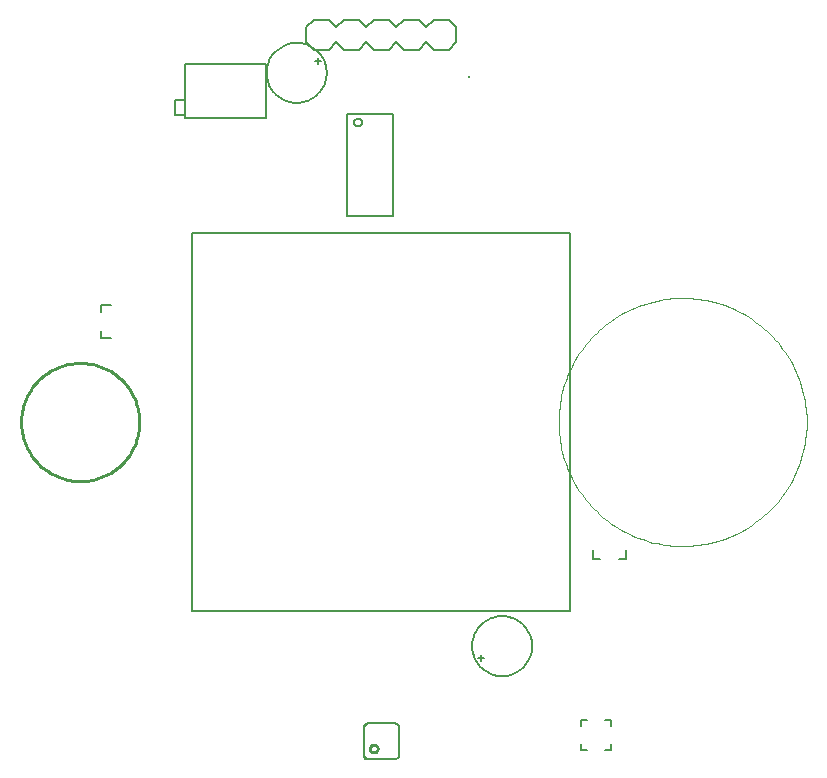
<source format=gto>
G75*
%MOIN*%
%OFA0B0*%
%FSLAX24Y24*%
%IPPOS*%
%LPD*%
%AMOC8*
5,1,8,0,0,1.08239X$1,22.5*
%
%ADD10C,0.0098*%
%ADD11C,0.0006*%
%ADD12C,0.0060*%
%ADD13C,0.0100*%
%ADD14C,0.0039*%
%ADD15C,0.0050*%
%ADD16C,0.0080*%
%ADD17R,0.0079X0.0079*%
D10*
X001951Y013960D02*
X001953Y014048D01*
X001959Y014136D01*
X001969Y014224D01*
X001983Y014312D01*
X002000Y014398D01*
X002022Y014484D01*
X002047Y014568D01*
X002077Y014652D01*
X002109Y014734D01*
X002146Y014814D01*
X002186Y014893D01*
X002230Y014970D01*
X002277Y015045D01*
X002327Y015117D01*
X002381Y015188D01*
X002437Y015255D01*
X002497Y015321D01*
X002559Y015383D01*
X002625Y015443D01*
X002692Y015499D01*
X002763Y015553D01*
X002835Y015603D01*
X002910Y015650D01*
X002987Y015694D01*
X003066Y015734D01*
X003146Y015771D01*
X003228Y015803D01*
X003312Y015833D01*
X003396Y015858D01*
X003482Y015880D01*
X003568Y015897D01*
X003656Y015911D01*
X003744Y015921D01*
X003832Y015927D01*
X003920Y015929D01*
X004008Y015927D01*
X004096Y015921D01*
X004184Y015911D01*
X004272Y015897D01*
X004358Y015880D01*
X004444Y015858D01*
X004528Y015833D01*
X004612Y015803D01*
X004694Y015771D01*
X004774Y015734D01*
X004853Y015694D01*
X004930Y015650D01*
X005005Y015603D01*
X005077Y015553D01*
X005148Y015499D01*
X005215Y015443D01*
X005281Y015383D01*
X005343Y015321D01*
X005403Y015255D01*
X005459Y015188D01*
X005513Y015117D01*
X005563Y015045D01*
X005610Y014970D01*
X005654Y014893D01*
X005694Y014814D01*
X005731Y014734D01*
X005763Y014652D01*
X005793Y014568D01*
X005818Y014484D01*
X005840Y014398D01*
X005857Y014312D01*
X005871Y014224D01*
X005881Y014136D01*
X005887Y014048D01*
X005889Y013960D01*
X005887Y013872D01*
X005881Y013784D01*
X005871Y013696D01*
X005857Y013608D01*
X005840Y013522D01*
X005818Y013436D01*
X005793Y013352D01*
X005763Y013268D01*
X005731Y013186D01*
X005694Y013106D01*
X005654Y013027D01*
X005610Y012950D01*
X005563Y012875D01*
X005513Y012803D01*
X005459Y012732D01*
X005403Y012665D01*
X005343Y012599D01*
X005281Y012537D01*
X005215Y012477D01*
X005148Y012421D01*
X005077Y012367D01*
X005005Y012317D01*
X004930Y012270D01*
X004853Y012226D01*
X004774Y012186D01*
X004694Y012149D01*
X004612Y012117D01*
X004528Y012087D01*
X004444Y012062D01*
X004358Y012040D01*
X004272Y012023D01*
X004184Y012009D01*
X004096Y011999D01*
X004008Y011993D01*
X003920Y011991D01*
X003832Y011993D01*
X003744Y011999D01*
X003656Y012009D01*
X003568Y012023D01*
X003482Y012040D01*
X003396Y012062D01*
X003312Y012087D01*
X003228Y012117D01*
X003146Y012149D01*
X003066Y012186D01*
X002987Y012226D01*
X002910Y012270D01*
X002835Y012317D01*
X002763Y012367D01*
X002692Y012421D01*
X002625Y012477D01*
X002559Y012537D01*
X002497Y012599D01*
X002437Y012665D01*
X002381Y012732D01*
X002327Y012803D01*
X002277Y012875D01*
X002230Y012950D01*
X002186Y013027D01*
X002146Y013106D01*
X002109Y013186D01*
X002077Y013268D01*
X002047Y013352D01*
X002022Y013436D01*
X002000Y013522D01*
X001983Y013608D01*
X001969Y013696D01*
X001959Y013784D01*
X001953Y013872D01*
X001951Y013960D01*
D11*
X013473Y003938D02*
X013473Y003884D01*
X013472Y003885D02*
X013457Y003883D01*
X013443Y003877D01*
X013430Y003869D01*
X013420Y003859D01*
X013412Y003846D01*
X013406Y003832D01*
X013404Y003817D01*
X013351Y003816D01*
X013350Y003817D01*
X013352Y003838D01*
X013358Y003858D01*
X013367Y003877D01*
X013379Y003895D01*
X013394Y003910D01*
X013412Y003922D01*
X013431Y003931D01*
X013451Y003937D01*
X013472Y003939D01*
X013472Y003934D01*
X013452Y003932D01*
X013432Y003926D01*
X013414Y003917D01*
X013398Y003906D01*
X013383Y003891D01*
X013372Y003875D01*
X013363Y003857D01*
X013357Y003837D01*
X013355Y003817D01*
X013360Y003817D01*
X013362Y003836D01*
X013368Y003855D01*
X013376Y003872D01*
X013387Y003888D01*
X013401Y003902D01*
X013417Y003913D01*
X013434Y003921D01*
X013453Y003927D01*
X013472Y003929D01*
X013472Y003924D01*
X013454Y003922D01*
X013436Y003917D01*
X013419Y003909D01*
X013404Y003898D01*
X013391Y003885D01*
X013380Y003870D01*
X013372Y003853D01*
X013367Y003835D01*
X013365Y003817D01*
X013370Y003817D01*
X013372Y003837D01*
X013379Y003856D01*
X013388Y003873D01*
X013401Y003888D01*
X013416Y003901D01*
X013433Y003910D01*
X013452Y003917D01*
X013472Y003919D01*
X013472Y003914D01*
X013453Y003912D01*
X013435Y003906D01*
X013419Y003897D01*
X013404Y003885D01*
X013392Y003870D01*
X013383Y003854D01*
X013377Y003836D01*
X013375Y003817D01*
X013380Y003817D01*
X013382Y003835D01*
X013388Y003852D01*
X013396Y003867D01*
X013408Y003881D01*
X013422Y003893D01*
X013437Y003901D01*
X013454Y003907D01*
X013472Y003909D01*
X013472Y003904D01*
X013455Y003902D01*
X013439Y003897D01*
X013424Y003888D01*
X013411Y003878D01*
X013401Y003865D01*
X013392Y003850D01*
X013387Y003834D01*
X013385Y003817D01*
X013390Y003817D01*
X013392Y003833D01*
X013397Y003848D01*
X013405Y003862D01*
X013415Y003874D01*
X013427Y003884D01*
X013441Y003892D01*
X013456Y003897D01*
X013472Y003899D01*
X013472Y003894D01*
X013455Y003891D01*
X013439Y003886D01*
X013425Y003876D01*
X013413Y003864D01*
X013403Y003850D01*
X013398Y003834D01*
X013395Y003817D01*
X013400Y003817D01*
X013402Y003833D01*
X013408Y003848D01*
X013417Y003861D01*
X013428Y003872D01*
X013441Y003881D01*
X013456Y003887D01*
X013472Y003889D01*
X013351Y002839D02*
X013405Y002839D01*
X013404Y002838D02*
X013406Y002823D01*
X013412Y002809D01*
X013420Y002796D01*
X013430Y002786D01*
X013443Y002778D01*
X013457Y002772D01*
X013472Y002770D01*
X013473Y002717D01*
X013472Y002716D01*
X013451Y002718D01*
X013431Y002724D01*
X013412Y002733D01*
X013394Y002745D01*
X013379Y002760D01*
X013367Y002778D01*
X013358Y002797D01*
X013352Y002817D01*
X013350Y002838D01*
X013355Y002838D01*
X013357Y002818D01*
X013363Y002798D01*
X013372Y002780D01*
X013383Y002764D01*
X013398Y002749D01*
X013414Y002738D01*
X013432Y002729D01*
X013452Y002723D01*
X013472Y002721D01*
X013472Y002726D01*
X013453Y002728D01*
X013434Y002734D01*
X013417Y002742D01*
X013401Y002753D01*
X013387Y002767D01*
X013376Y002783D01*
X013368Y002800D01*
X013362Y002819D01*
X013360Y002838D01*
X013365Y002838D01*
X013367Y002820D01*
X013372Y002802D01*
X013380Y002785D01*
X013391Y002770D01*
X013404Y002757D01*
X013419Y002746D01*
X013436Y002738D01*
X013454Y002733D01*
X013472Y002731D01*
X013472Y002736D01*
X013452Y002738D01*
X013433Y002745D01*
X013416Y002754D01*
X013401Y002767D01*
X013388Y002782D01*
X013379Y002799D01*
X013372Y002818D01*
X013370Y002838D01*
X013375Y002838D01*
X013377Y002819D01*
X013383Y002801D01*
X013392Y002785D01*
X013404Y002770D01*
X013419Y002758D01*
X013435Y002749D01*
X013453Y002743D01*
X013472Y002741D01*
X013472Y002746D01*
X013454Y002748D01*
X013437Y002754D01*
X013422Y002762D01*
X013408Y002774D01*
X013396Y002788D01*
X013388Y002803D01*
X013382Y002820D01*
X013380Y002838D01*
X013385Y002838D01*
X013387Y002821D01*
X013392Y002805D01*
X013401Y002790D01*
X013411Y002777D01*
X013424Y002767D01*
X013439Y002758D01*
X013455Y002753D01*
X013472Y002751D01*
X013472Y002756D01*
X013456Y002758D01*
X013441Y002763D01*
X013427Y002771D01*
X013415Y002781D01*
X013405Y002793D01*
X013397Y002807D01*
X013392Y002822D01*
X013390Y002838D01*
X013395Y002838D01*
X013398Y002821D01*
X013403Y002805D01*
X013413Y002791D01*
X013425Y002779D01*
X013439Y002769D01*
X013455Y002764D01*
X013472Y002761D01*
X013472Y002766D01*
X013456Y002768D01*
X013441Y002774D01*
X013428Y002783D01*
X013417Y002794D01*
X013408Y002807D01*
X013402Y002822D01*
X013400Y002838D01*
D12*
X013377Y002845D02*
X013377Y003814D01*
X013479Y003912D02*
X014448Y003912D01*
X014444Y003912D02*
X014461Y003911D01*
X014478Y003906D01*
X014493Y003899D01*
X014507Y003889D01*
X014519Y003877D01*
X014529Y003863D01*
X014536Y003848D01*
X014541Y003831D01*
X014542Y003814D01*
X014542Y002841D01*
X014541Y002824D01*
X014536Y002807D01*
X014529Y002792D01*
X014519Y002778D01*
X014507Y002766D01*
X014493Y002756D01*
X014478Y002749D01*
X014461Y002744D01*
X014444Y002743D01*
X014448Y002743D02*
X013479Y002743D01*
X017182Y006092D02*
X017382Y006092D01*
X017282Y005992D02*
X017282Y006192D01*
X016982Y006492D02*
X016984Y006555D01*
X016990Y006617D01*
X017000Y006679D01*
X017013Y006741D01*
X017031Y006801D01*
X017052Y006860D01*
X017077Y006918D01*
X017106Y006974D01*
X017138Y007028D01*
X017173Y007080D01*
X017211Y007129D01*
X017253Y007177D01*
X017297Y007221D01*
X017345Y007263D01*
X017394Y007301D01*
X017446Y007336D01*
X017500Y007368D01*
X017556Y007397D01*
X017614Y007422D01*
X017673Y007443D01*
X017733Y007461D01*
X017795Y007474D01*
X017857Y007484D01*
X017919Y007490D01*
X017982Y007492D01*
X018045Y007490D01*
X018107Y007484D01*
X018169Y007474D01*
X018231Y007461D01*
X018291Y007443D01*
X018350Y007422D01*
X018408Y007397D01*
X018464Y007368D01*
X018518Y007336D01*
X018570Y007301D01*
X018619Y007263D01*
X018667Y007221D01*
X018711Y007177D01*
X018753Y007129D01*
X018791Y007080D01*
X018826Y007028D01*
X018858Y006974D01*
X018887Y006918D01*
X018912Y006860D01*
X018933Y006801D01*
X018951Y006741D01*
X018964Y006679D01*
X018974Y006617D01*
X018980Y006555D01*
X018982Y006492D01*
X018980Y006429D01*
X018974Y006367D01*
X018964Y006305D01*
X018951Y006243D01*
X018933Y006183D01*
X018912Y006124D01*
X018887Y006066D01*
X018858Y006010D01*
X018826Y005956D01*
X018791Y005904D01*
X018753Y005855D01*
X018711Y005807D01*
X018667Y005763D01*
X018619Y005721D01*
X018570Y005683D01*
X018518Y005648D01*
X018464Y005616D01*
X018408Y005587D01*
X018350Y005562D01*
X018291Y005541D01*
X018231Y005523D01*
X018169Y005510D01*
X018107Y005500D01*
X018045Y005494D01*
X017982Y005492D01*
X017919Y005494D01*
X017857Y005500D01*
X017795Y005510D01*
X017733Y005523D01*
X017673Y005541D01*
X017614Y005562D01*
X017556Y005587D01*
X017500Y005616D01*
X017446Y005648D01*
X017394Y005683D01*
X017345Y005721D01*
X017297Y005763D01*
X017253Y005807D01*
X017211Y005855D01*
X017173Y005904D01*
X017138Y005956D01*
X017106Y006010D01*
X017077Y006066D01*
X017052Y006124D01*
X017031Y006183D01*
X017013Y006243D01*
X017000Y006305D01*
X016990Y006367D01*
X016984Y006429D01*
X016982Y006492D01*
X020622Y004017D02*
X020622Y003817D01*
X020622Y004017D02*
X020822Y004017D01*
X021422Y004017D02*
X021622Y004017D01*
X021622Y003817D01*
X021622Y003217D02*
X021622Y003017D01*
X021422Y003017D01*
X020822Y003017D02*
X020622Y003017D01*
X020622Y003217D01*
X010133Y025601D02*
X010135Y025664D01*
X010141Y025726D01*
X010151Y025788D01*
X010164Y025850D01*
X010182Y025910D01*
X010203Y025969D01*
X010228Y026027D01*
X010257Y026083D01*
X010289Y026137D01*
X010324Y026189D01*
X010362Y026238D01*
X010404Y026286D01*
X010448Y026330D01*
X010496Y026372D01*
X010545Y026410D01*
X010597Y026445D01*
X010651Y026477D01*
X010707Y026506D01*
X010765Y026531D01*
X010824Y026552D01*
X010884Y026570D01*
X010946Y026583D01*
X011008Y026593D01*
X011070Y026599D01*
X011133Y026601D01*
X011196Y026599D01*
X011258Y026593D01*
X011320Y026583D01*
X011382Y026570D01*
X011442Y026552D01*
X011501Y026531D01*
X011559Y026506D01*
X011615Y026477D01*
X011669Y026445D01*
X011721Y026410D01*
X011770Y026372D01*
X011818Y026330D01*
X011862Y026286D01*
X011904Y026238D01*
X011942Y026189D01*
X011977Y026137D01*
X012009Y026083D01*
X012038Y026027D01*
X012063Y025969D01*
X012084Y025910D01*
X012102Y025850D01*
X012115Y025788D01*
X012125Y025726D01*
X012131Y025664D01*
X012133Y025601D01*
X012131Y025538D01*
X012125Y025476D01*
X012115Y025414D01*
X012102Y025352D01*
X012084Y025292D01*
X012063Y025233D01*
X012038Y025175D01*
X012009Y025119D01*
X011977Y025065D01*
X011942Y025013D01*
X011904Y024964D01*
X011862Y024916D01*
X011818Y024872D01*
X011770Y024830D01*
X011721Y024792D01*
X011669Y024757D01*
X011615Y024725D01*
X011559Y024696D01*
X011501Y024671D01*
X011442Y024650D01*
X011382Y024632D01*
X011320Y024619D01*
X011258Y024609D01*
X011196Y024603D01*
X011133Y024601D01*
X011070Y024603D01*
X011008Y024609D01*
X010946Y024619D01*
X010884Y024632D01*
X010824Y024650D01*
X010765Y024671D01*
X010707Y024696D01*
X010651Y024725D01*
X010597Y024757D01*
X010545Y024792D01*
X010496Y024830D01*
X010448Y024872D01*
X010404Y024916D01*
X010362Y024964D01*
X010324Y025013D01*
X010289Y025065D01*
X010257Y025119D01*
X010228Y025175D01*
X010203Y025233D01*
X010182Y025292D01*
X010164Y025352D01*
X010151Y025414D01*
X010141Y025476D01*
X010135Y025538D01*
X010133Y025601D01*
X011733Y026001D02*
X011933Y026001D01*
X011833Y026101D02*
X011833Y025901D01*
D13*
X013576Y003074D02*
X013578Y003096D01*
X013584Y003118D01*
X013593Y003138D01*
X013606Y003156D01*
X013622Y003172D01*
X013640Y003185D01*
X013660Y003194D01*
X013682Y003200D01*
X013704Y003202D01*
X013726Y003200D01*
X013748Y003194D01*
X013768Y003185D01*
X013786Y003172D01*
X013802Y003156D01*
X013815Y003138D01*
X013824Y003118D01*
X013830Y003096D01*
X013832Y003074D01*
X013830Y003052D01*
X013824Y003030D01*
X013815Y003010D01*
X013802Y002992D01*
X013786Y002976D01*
X013768Y002963D01*
X013748Y002954D01*
X013726Y002948D01*
X013704Y002946D01*
X013682Y002948D01*
X013660Y002954D01*
X013640Y002963D01*
X013622Y002976D01*
X013606Y002992D01*
X013593Y003010D01*
X013584Y003030D01*
X013578Y003052D01*
X013576Y003074D01*
D14*
X019865Y013960D02*
X019867Y014088D01*
X019873Y014216D01*
X019883Y014343D01*
X019897Y014471D01*
X019914Y014597D01*
X019936Y014723D01*
X019962Y014849D01*
X019991Y014973D01*
X020024Y015097D01*
X020061Y015219D01*
X020102Y015340D01*
X020147Y015460D01*
X020195Y015579D01*
X020247Y015696D01*
X020303Y015811D01*
X020362Y015925D01*
X020424Y016036D01*
X020490Y016146D01*
X020559Y016253D01*
X020632Y016359D01*
X020708Y016462D01*
X020787Y016562D01*
X020869Y016661D01*
X020954Y016756D01*
X021042Y016849D01*
X021133Y016939D01*
X021226Y017026D01*
X021323Y017111D01*
X021421Y017192D01*
X021523Y017270D01*
X021626Y017345D01*
X021732Y017417D01*
X021840Y017486D01*
X021950Y017551D01*
X022063Y017612D01*
X022177Y017671D01*
X022292Y017725D01*
X022410Y017776D01*
X022528Y017824D01*
X022649Y017867D01*
X022770Y017907D01*
X022893Y017943D01*
X023017Y017976D01*
X023142Y018004D01*
X023267Y018029D01*
X023393Y018049D01*
X023520Y018066D01*
X023648Y018079D01*
X023775Y018088D01*
X023903Y018093D01*
X024031Y018094D01*
X024159Y018091D01*
X024287Y018084D01*
X024414Y018073D01*
X024541Y018058D01*
X024668Y018040D01*
X024794Y018017D01*
X024919Y017990D01*
X025043Y017960D01*
X025166Y017926D01*
X025289Y017888D01*
X025410Y017846D01*
X025529Y017800D01*
X025647Y017751D01*
X025764Y017698D01*
X025879Y017642D01*
X025992Y017582D01*
X026103Y017519D01*
X026212Y017452D01*
X026319Y017382D01*
X026424Y017308D01*
X026526Y017232D01*
X026626Y017152D01*
X026724Y017069D01*
X026819Y016983D01*
X026911Y016894D01*
X027000Y016803D01*
X027087Y016709D01*
X027170Y016612D01*
X027251Y016512D01*
X027328Y016411D01*
X027403Y016306D01*
X027474Y016200D01*
X027541Y016091D01*
X027606Y015981D01*
X027666Y015868D01*
X027724Y015754D01*
X027777Y015638D01*
X027827Y015520D01*
X027874Y015401D01*
X027917Y015280D01*
X027956Y015158D01*
X027991Y015035D01*
X028022Y014911D01*
X028050Y014786D01*
X028073Y014660D01*
X028093Y014534D01*
X028109Y014407D01*
X028121Y014280D01*
X028129Y014152D01*
X028133Y014024D01*
X028133Y013896D01*
X028129Y013768D01*
X028121Y013640D01*
X028109Y013513D01*
X028093Y013386D01*
X028073Y013260D01*
X028050Y013134D01*
X028022Y013009D01*
X027991Y012885D01*
X027956Y012762D01*
X027917Y012640D01*
X027874Y012519D01*
X027827Y012400D01*
X027777Y012282D01*
X027724Y012166D01*
X027666Y012052D01*
X027606Y011939D01*
X027541Y011829D01*
X027474Y011720D01*
X027403Y011614D01*
X027328Y011509D01*
X027251Y011408D01*
X027170Y011308D01*
X027087Y011211D01*
X027000Y011117D01*
X026911Y011026D01*
X026819Y010937D01*
X026724Y010851D01*
X026626Y010768D01*
X026526Y010688D01*
X026424Y010612D01*
X026319Y010538D01*
X026212Y010468D01*
X026103Y010401D01*
X025992Y010338D01*
X025879Y010278D01*
X025764Y010222D01*
X025647Y010169D01*
X025529Y010120D01*
X025410Y010074D01*
X025289Y010032D01*
X025166Y009994D01*
X025043Y009960D01*
X024919Y009930D01*
X024794Y009903D01*
X024668Y009880D01*
X024541Y009862D01*
X024414Y009847D01*
X024287Y009836D01*
X024159Y009829D01*
X024031Y009826D01*
X023903Y009827D01*
X023775Y009832D01*
X023648Y009841D01*
X023520Y009854D01*
X023393Y009871D01*
X023267Y009891D01*
X023142Y009916D01*
X023017Y009944D01*
X022893Y009977D01*
X022770Y010013D01*
X022649Y010053D01*
X022528Y010096D01*
X022410Y010144D01*
X022292Y010195D01*
X022177Y010249D01*
X022063Y010308D01*
X021950Y010369D01*
X021840Y010434D01*
X021732Y010503D01*
X021626Y010575D01*
X021523Y010650D01*
X021421Y010728D01*
X021323Y010809D01*
X021226Y010894D01*
X021133Y010981D01*
X021042Y011071D01*
X020954Y011164D01*
X020869Y011259D01*
X020787Y011358D01*
X020708Y011458D01*
X020632Y011561D01*
X020559Y011667D01*
X020490Y011774D01*
X020424Y011884D01*
X020362Y011995D01*
X020303Y012109D01*
X020247Y012224D01*
X020195Y012341D01*
X020147Y012460D01*
X020102Y012580D01*
X020061Y012701D01*
X020024Y012823D01*
X019991Y012947D01*
X019962Y013071D01*
X019936Y013197D01*
X019914Y013323D01*
X019897Y013449D01*
X019883Y013577D01*
X019873Y013704D01*
X019867Y013832D01*
X019865Y013960D01*
D15*
X007660Y020259D02*
X007660Y007660D01*
X020259Y007660D01*
X020259Y020259D01*
X007660Y020259D01*
X007413Y024083D02*
X007413Y024183D01*
X007063Y024183D01*
X007063Y024683D01*
X007413Y024683D01*
X007413Y025883D01*
X010113Y025883D01*
X010113Y024083D01*
X007413Y024083D01*
X007413Y024183D02*
X007413Y024683D01*
X012798Y024245D02*
X012798Y020839D01*
X014334Y020839D01*
X014334Y024245D01*
X012798Y024245D01*
X013054Y023950D02*
X013056Y023972D01*
X013062Y023994D01*
X013071Y024014D01*
X013084Y024032D01*
X013100Y024048D01*
X013118Y024061D01*
X013138Y024070D01*
X013160Y024076D01*
X013182Y024078D01*
X013204Y024076D01*
X013226Y024070D01*
X013246Y024061D01*
X013264Y024048D01*
X013280Y024032D01*
X013293Y024014D01*
X013302Y023994D01*
X013308Y023972D01*
X013310Y023950D01*
X013308Y023928D01*
X013302Y023906D01*
X013293Y023886D01*
X013280Y023868D01*
X013264Y023852D01*
X013246Y023839D01*
X013226Y023830D01*
X013204Y023824D01*
X013182Y023822D01*
X013160Y023824D01*
X013138Y023830D01*
X013118Y023839D01*
X013100Y023852D01*
X013084Y023868D01*
X013071Y023886D01*
X013062Y023906D01*
X013056Y023928D01*
X013054Y023950D01*
D16*
X013202Y026373D02*
X012702Y026373D01*
X012452Y026623D01*
X012202Y026373D01*
X011702Y026373D01*
X011452Y026623D01*
X011452Y027123D01*
X011702Y027373D01*
X012202Y027373D01*
X012452Y027123D01*
X012702Y027373D01*
X013202Y027373D01*
X013452Y027123D01*
X013702Y027373D01*
X014202Y027373D01*
X014452Y027123D01*
X014702Y027373D01*
X015202Y027373D01*
X015452Y027123D01*
X015702Y027373D01*
X016202Y027373D01*
X016452Y027123D01*
X016452Y026623D01*
X016202Y026373D01*
X015702Y026373D01*
X015452Y026623D01*
X015202Y026373D01*
X014702Y026373D01*
X014452Y026623D01*
X014202Y026373D01*
X013702Y026373D01*
X013452Y026623D01*
X013202Y026373D01*
X004935Y017852D02*
X004620Y017852D01*
X004620Y017616D01*
X004620Y016986D02*
X004620Y016750D01*
X004935Y016750D01*
X021007Y009708D02*
X021007Y009393D01*
X021243Y009393D01*
X021873Y009393D02*
X022109Y009393D01*
X022109Y009708D01*
D17*
X016873Y025456D03*
M02*

</source>
